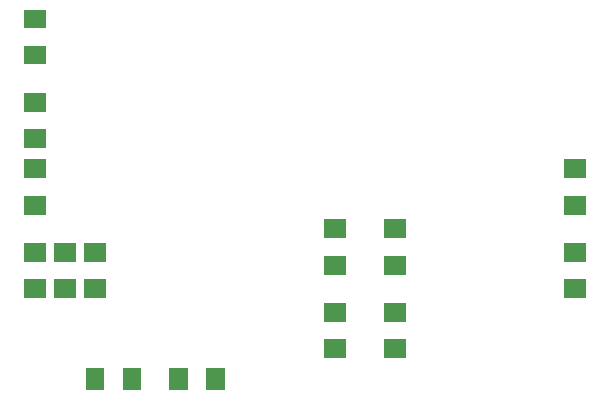
<source format=gtp>
G04 MADE WITH FRITZING*
G04 WWW.FRITZING.ORG*
G04 DOUBLE SIDED*
G04 HOLES PLATED*
G04 CONTOUR ON CENTER OF CONTOUR VECTOR*
%ASAXBY*%
%FSLAX23Y23*%
%MOIN*%
%OFA0B0*%
%SFA1.0B1.0*%
%ADD10R,0.074803X0.062992*%
%ADD11R,0.062992X0.074803*%
%ADD12R,0.001000X0.001000*%
%LNPASTEMASK1*%
G90*
G70*
G54D10*
X409Y1303D03*
X409Y1181D03*
G54D11*
X609Y103D03*
X731Y103D03*
G36*
X372Y435D02*
X447Y435D01*
X447Y372D01*
X372Y372D01*
X372Y435D01*
G37*
D02*
G36*
X372Y557D02*
X447Y557D01*
X447Y494D01*
X372Y494D01*
X372Y557D01*
G37*
D02*
G36*
X447Y772D02*
X372Y772D01*
X372Y835D01*
X447Y835D01*
X447Y772D01*
G37*
D02*
G36*
X447Y649D02*
X372Y649D01*
X372Y712D01*
X447Y712D01*
X447Y649D01*
G37*
D02*
G36*
X372Y935D02*
X447Y935D01*
X447Y872D01*
X372Y872D01*
X372Y935D01*
G37*
D02*
G36*
X372Y1057D02*
X447Y1057D01*
X447Y994D01*
X372Y994D01*
X372Y1057D01*
G37*
D02*
G36*
X572Y435D02*
X647Y435D01*
X647Y372D01*
X572Y372D01*
X572Y435D01*
G37*
D02*
G36*
X572Y557D02*
X647Y557D01*
X647Y494D01*
X572Y494D01*
X572Y557D01*
G37*
D02*
G36*
X472Y435D02*
X547Y435D01*
X547Y372D01*
X472Y372D01*
X472Y435D01*
G37*
D02*
G36*
X472Y557D02*
X547Y557D01*
X547Y494D01*
X472Y494D01*
X472Y557D01*
G37*
D02*
G36*
X2172Y435D02*
X2247Y435D01*
X2247Y372D01*
X2172Y372D01*
X2172Y435D01*
G37*
D02*
G36*
X2172Y557D02*
X2247Y557D01*
X2247Y494D01*
X2172Y494D01*
X2172Y557D01*
G37*
D02*
G36*
X2247Y772D02*
X2172Y772D01*
X2172Y835D01*
X2247Y835D01*
X2247Y772D01*
G37*
D02*
G36*
X2247Y649D02*
X2172Y649D01*
X2172Y712D01*
X2247Y712D01*
X2247Y649D01*
G37*
D02*
G36*
X978Y66D02*
X978Y140D01*
X1041Y140D01*
X1041Y66D01*
X978Y66D01*
G37*
D02*
G36*
X856Y66D02*
X856Y140D01*
X919Y140D01*
X919Y66D01*
X856Y66D01*
G37*
D02*
G36*
X1372Y235D02*
X1447Y235D01*
X1447Y172D01*
X1372Y172D01*
X1372Y235D01*
G37*
D02*
G36*
X1372Y357D02*
X1447Y357D01*
X1447Y294D01*
X1372Y294D01*
X1372Y357D01*
G37*
D02*
G36*
X1447Y572D02*
X1372Y572D01*
X1372Y635D01*
X1447Y635D01*
X1447Y572D01*
G37*
D02*
G36*
X1447Y449D02*
X1372Y449D01*
X1372Y512D01*
X1447Y512D01*
X1447Y449D01*
G37*
D02*
G36*
X1647Y572D02*
X1572Y572D01*
X1572Y635D01*
X1647Y635D01*
X1647Y572D01*
G37*
D02*
G36*
X1647Y449D02*
X1572Y449D01*
X1572Y512D01*
X1647Y512D01*
X1647Y449D01*
G37*
D02*
G36*
X1572Y235D02*
X1647Y235D01*
X1647Y172D01*
X1572Y172D01*
X1572Y235D01*
G37*
D02*
G36*
X1572Y357D02*
X1647Y357D01*
X1647Y294D01*
X1572Y294D01*
X1572Y357D01*
G37*
D02*
G54D12*
D02*
G04 End of PasteMask1*
M02*
</source>
